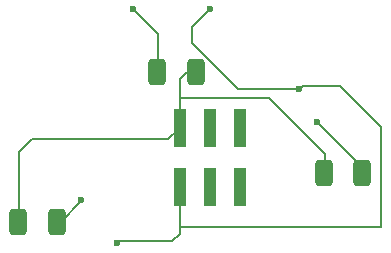
<source format=gbr>
%TF.GenerationSoftware,KiCad,Pcbnew,8.0.8*%
%TF.CreationDate,2025-04-07T01:54:08-03:00*%
%TF.ProjectId,Sao_CashBag,53616f5f-4361-4736-9842-61672e6b6963,rev?*%
%TF.SameCoordinates,Original*%
%TF.FileFunction,Copper,L2,Bot*%
%TF.FilePolarity,Positive*%
%FSLAX46Y46*%
G04 Gerber Fmt 4.6, Leading zero omitted, Abs format (unit mm)*
G04 Created by KiCad (PCBNEW 8.0.8) date 2025-04-07 01:54:08*
%MOMM*%
%LPD*%
G01*
G04 APERTURE LIST*
G04 Aperture macros list*
%AMRoundRect*
0 Rectangle with rounded corners*
0 $1 Rounding radius*
0 $2 $3 $4 $5 $6 $7 $8 $9 X,Y pos of 4 corners*
0 Add a 4 corners polygon primitive as box body*
4,1,4,$2,$3,$4,$5,$6,$7,$8,$9,$2,$3,0*
0 Add four circle primitives for the rounded corners*
1,1,$1+$1,$2,$3*
1,1,$1+$1,$4,$5*
1,1,$1+$1,$6,$7*
1,1,$1+$1,$8,$9*
0 Add four rect primitives between the rounded corners*
20,1,$1+$1,$2,$3,$4,$5,0*
20,1,$1+$1,$4,$5,$6,$7,0*
20,1,$1+$1,$6,$7,$8,$9,0*
20,1,$1+$1,$8,$9,$2,$3,0*%
G04 Aperture macros list end*
%TA.AperFunction,SMDPad,CuDef*%
%ADD10RoundRect,0.288462X0.461538X0.811538X-0.461538X0.811538X-0.461538X-0.811538X0.461538X-0.811538X0*%
%TD*%
%TA.AperFunction,SMDPad,CuDef*%
%ADD11RoundRect,0.288462X-0.461538X-0.811538X0.461538X-0.811538X0.461538X0.811538X-0.461538X0.811538X0*%
%TD*%
%TA.AperFunction,SMDPad,CuDef*%
%ADD12R,1.041400X3.200400*%
%TD*%
%TA.AperFunction,ViaPad*%
%ADD13C,0.600000*%
%TD*%
%TA.AperFunction,Conductor*%
%ADD14C,0.200000*%
%TD*%
G04 APERTURE END LIST*
D10*
%TO.P,R1,1*%
%TO.N,+3.3V*%
X123809405Y-123851589D03*
%TO.P,R1,2*%
%TO.N,Net-(D1-A)*%
X120509405Y-123851589D03*
%TD*%
D11*
%TO.P,R2,1*%
%TO.N,+3.3V*%
X134644019Y-132414297D03*
%TO.P,R2,2*%
%TO.N,Net-(D2-A)*%
X137944019Y-132414297D03*
%TD*%
D12*
%TO.P,J1,1,GPIO1*%
%TO.N,unconnected-(J1-GPIO1-Pad1)*%
X127545473Y-128541828D03*
%TO.P,J1,2,GPIO2*%
%TO.N,unconnected-(J1-GPIO2-Pad2)*%
X127545473Y-133591826D03*
%TO.P,J1,3,SDA*%
%TO.N,unconnected-(J1-SDA-Pad3)*%
X125005473Y-128541828D03*
%TO.P,J1,4,SCL*%
%TO.N,unconnected-(J1-SCL-Pad4)*%
X125005473Y-133591826D03*
%TO.P,J1,5,3V3*%
%TO.N,+3.3V*%
X122465473Y-128541828D03*
%TO.P,J1,6,GND*%
%TO.N,GND*%
X122465473Y-133591826D03*
%TD*%
D11*
%TO.P,R3,1*%
%TO.N,+3.3V*%
X108793855Y-136531772D03*
%TO.P,R3,2*%
%TO.N,Net-(D3-A)*%
X112093855Y-136531772D03*
%TD*%
D13*
%TO.N,GND*%
X132579429Y-125287848D03*
X117150000Y-138350000D03*
X125000000Y-118500000D03*
%TO.N,Net-(D1-A)*%
X118500000Y-118500000D03*
%TO.N,Net-(D2-A)*%
X134102256Y-128066616D03*
%TO.N,Net-(D3-A)*%
X114150000Y-134700000D03*
%TD*%
D14*
%TO.N,GND*%
X121823067Y-138176933D02*
X122465473Y-137534527D01*
X132867277Y-125000000D02*
X136000000Y-125000000D01*
X117150000Y-138350000D02*
X117323067Y-138176933D01*
X123500000Y-120000000D02*
X123500000Y-121350000D01*
X127437848Y-125287848D02*
X132579429Y-125287848D01*
X132579429Y-125287848D02*
X132867277Y-125000000D01*
X123500000Y-121350000D02*
X127437848Y-125287848D01*
X122465473Y-137534527D02*
X122465473Y-137000000D01*
X125000000Y-118500000D02*
X123500000Y-120000000D01*
X122465473Y-137000000D02*
X122465473Y-133591826D01*
X136000000Y-125000000D02*
X139500000Y-128500000D01*
X139500000Y-137000000D02*
X122465473Y-137000000D01*
X117323067Y-138176933D02*
X121823067Y-138176933D01*
X139500000Y-128500000D02*
X139500000Y-137000000D01*
%TO.N,Net-(D1-A)*%
X118500000Y-118500000D02*
X120609405Y-120609405D01*
X120609405Y-120609405D02*
X120609405Y-123851589D01*
%TO.N,Net-(D2-A)*%
X134102256Y-128066616D02*
X137844019Y-131808379D01*
X137844019Y-131808379D02*
X137844019Y-132414297D01*
%TO.N,+3.3V*%
X122465473Y-126000000D02*
X122465473Y-124458021D01*
X122465473Y-128541828D02*
X122465473Y-126000000D01*
X121507301Y-129500000D02*
X110000000Y-129500000D01*
X110000000Y-129500000D02*
X108893855Y-130606145D01*
X130000000Y-126000000D02*
X122465473Y-126000000D01*
X134744019Y-130744019D02*
X134744019Y-132414297D01*
X130000000Y-126000000D02*
X134744019Y-130744019D01*
X122465473Y-128541828D02*
X121507301Y-129500000D01*
X108893855Y-130606145D02*
X108893855Y-136531772D01*
X122465473Y-124458021D02*
X123071905Y-123851589D01*
%TO.N,Net-(D3-A)*%
X114150000Y-134700000D02*
X114150000Y-134797432D01*
X114150000Y-134797432D02*
X112415660Y-136531772D01*
X112415660Y-136531772D02*
X111993855Y-136531772D01*
%TD*%
M02*

</source>
